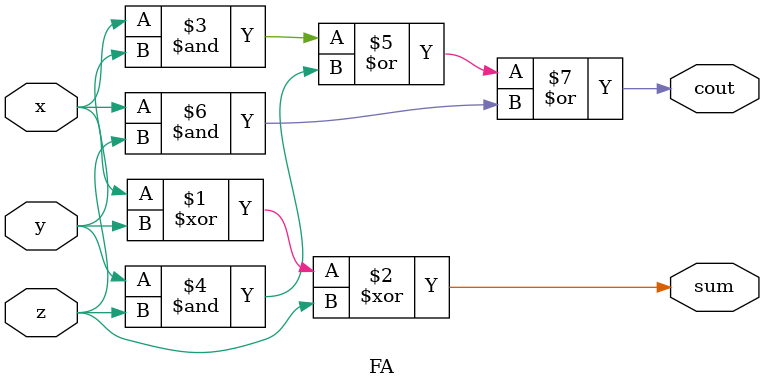
<source format=v>
module FA (x,y,z,sum,cout);

input x,y,z;
output sum,cout;

assign sum = x ^ y ^ z;
assign cout = (x & y) | (y & z) | (x & z);


endmodule


</source>
